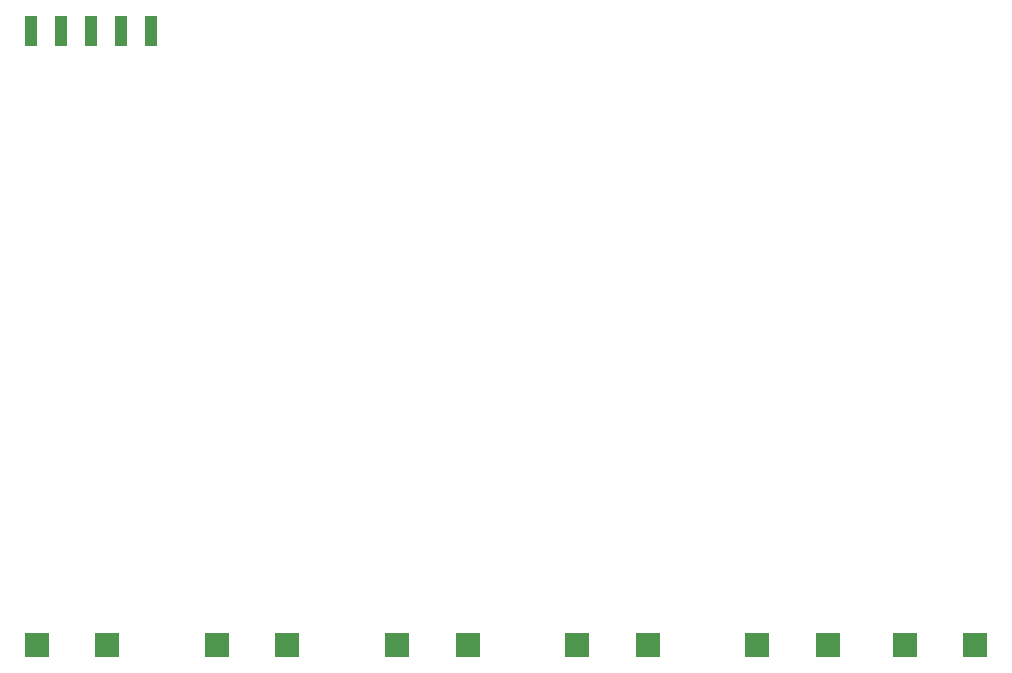
<source format=gbr>
%TF.GenerationSoftware,KiCad,Pcbnew,9.0.0*%
%TF.CreationDate,2025-04-11T20:43:28+08:00*%
%TF.ProjectId,wgr,7767722e-6b69-4636-9164-5f7063625858,rev?*%
%TF.SameCoordinates,Original*%
%TF.FileFunction,Paste,Top*%
%TF.FilePolarity,Positive*%
%FSLAX46Y46*%
G04 Gerber Fmt 4.6, Leading zero omitted, Abs format (unit mm)*
G04 Created by KiCad (PCBNEW 9.0.0) date 2025-04-11 20:43:28*
%MOMM*%
%LPD*%
G01*
G04 APERTURE LIST*
%ADD10R,2.100000X2.000000*%
%ADD11R,1.000000X2.500000*%
G04 APERTURE END LIST*
D10*
%TO.C,SW6*%
X232650000Y-38327000D03*
X238650000Y-38327000D03*
%TD*%
D11*
%TO.C,J2*%
X158700000Y13625000D03*
X161240000Y13625000D03*
X163780000Y13625000D03*
X166320000Y13625000D03*
X168860000Y13625000D03*
%TD*%
D10*
%TO.C,SW1*%
X159150000Y-38381000D03*
X165150000Y-38381000D03*
%TD*%
%TO.C,SW2*%
X174400000Y-38381000D03*
X180400000Y-38381000D03*
%TD*%
%TO.C,SW3*%
X189650000Y-38381000D03*
X195650000Y-38381000D03*
%TD*%
%TO.C,SW5*%
X220150000Y-38381000D03*
X226150000Y-38381000D03*
%TD*%
%TO.C,SW4*%
X204900000Y-38381000D03*
X210900000Y-38381000D03*
%TD*%
M02*

</source>
